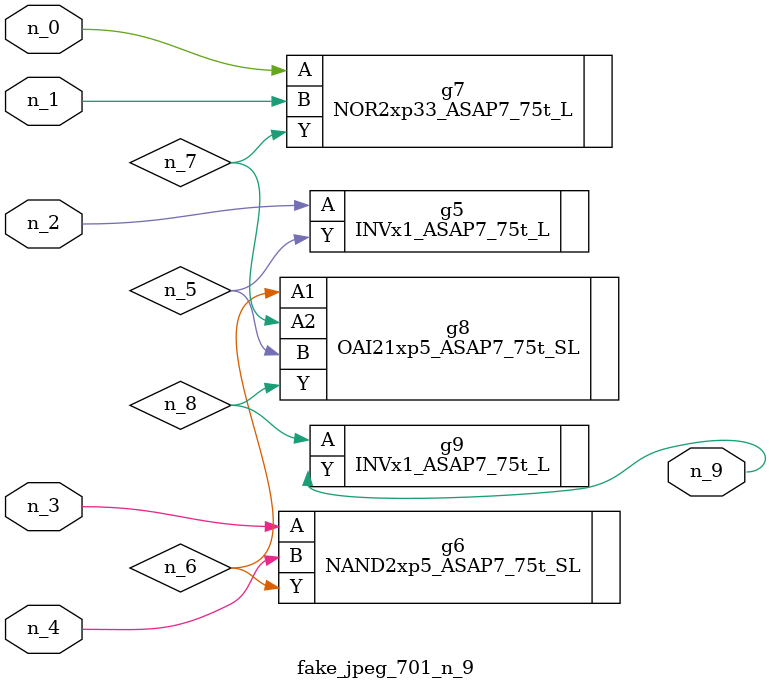
<source format=v>
module fake_jpeg_701_n_9 (n_3, n_2, n_1, n_0, n_4, n_9);

input n_3;
input n_2;
input n_1;
input n_0;
input n_4;

output n_9;

wire n_8;
wire n_6;
wire n_5;
wire n_7;

INVx1_ASAP7_75t_L g5 ( 
.A(n_2),
.Y(n_5)
);

NAND2xp5_ASAP7_75t_SL g6 ( 
.A(n_3),
.B(n_4),
.Y(n_6)
);

NOR2xp33_ASAP7_75t_L g7 ( 
.A(n_0),
.B(n_1),
.Y(n_7)
);

OAI21xp5_ASAP7_75t_SL g8 ( 
.A1(n_6),
.A2(n_7),
.B(n_5),
.Y(n_8)
);

INVx1_ASAP7_75t_L g9 ( 
.A(n_8),
.Y(n_9)
);


endmodule
</source>
